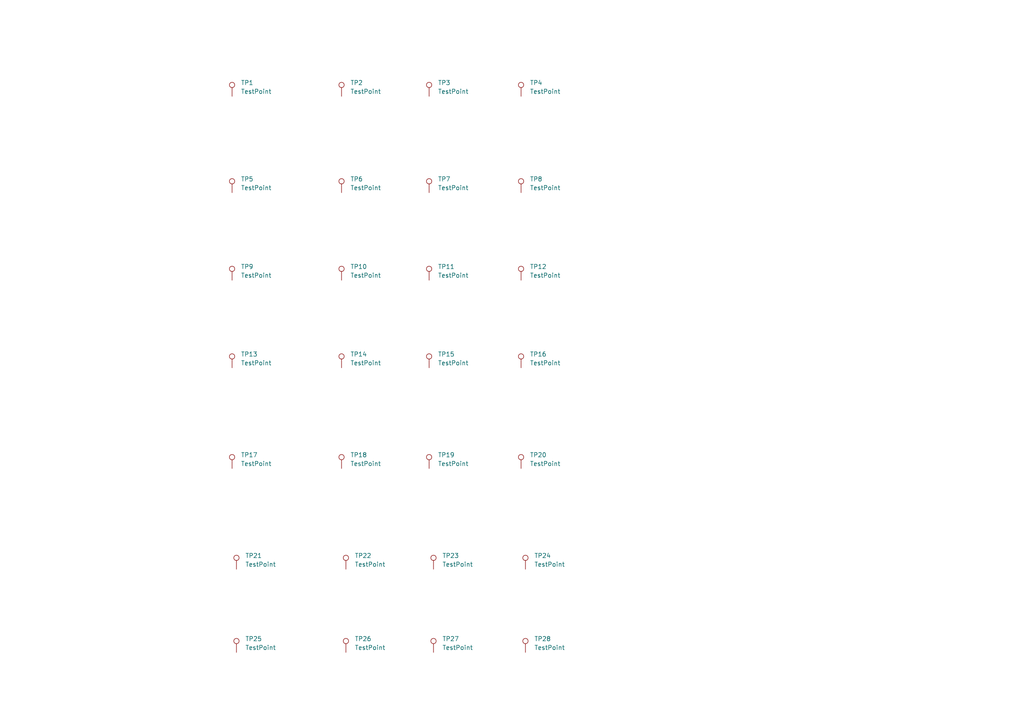
<source format=kicad_sch>
(kicad_sch (version 20230121) (generator eeschema)
  (paper "A4")
  (lib_symbols
    (symbol "Connector:TestPoint" (pin_numbers hide) (pin_names (offset 0.762) hide)
      (property "Reference" "TP" (at 0 6.858 0))
      (property "Value" "TestPoint" (at 0 5.08 0))
      (symbol "TestPoint_0_1"
        (circle (center 0 3.302) (radius 0.762))
      )
      (symbol "TestPoint_1_1"
        (pin passive line (at 0 0 90) (length 2.54) (name "1") (number "1"))
      )
    )
  )
  (symbol (lib_id "Connector:TestPoint") (at 99.06 55.88 0) (unit 1)
    (property "Reference" "TP6" (at 101.6 51.943 0) (effects (justify left)))
    (property "Value" "TestPoint" (at 101.6 54.483 0) (effects (justify left)))
    (property "Footprint" "TestPoint:TestPoint_Pad_D1.0mm" (effects hide))
  )
  (symbol (lib_id "Connector:TestPoint") (at 68.58 165.1 0) (unit 1)
    (property "Reference" "TP21" (at 71.12 161.163 0) (effects (justify left)))
    (property "Value" "TestPoint" (at 71.12 163.703 0) (effects (justify left)))
    (property "Footprint" "TestPoint:TestPoint_Pad_D1.0mm" (effects hide))
  )
  (symbol (lib_id "Connector:TestPoint") (at 152.4 165.1 0) (unit 1)
    (property "Reference" "TP24" (at 154.94 161.163 0) (effects (justify left)))
    (property "Value" "TestPoint" (at 154.94 163.703 0) (effects (justify left)))
    (property "Footprint" "TestPoint:TestPoint_Pad_D1.0mm" (effects hide))
  )
  (symbol (lib_id "Connector:TestPoint") (at 125.73 189.23 0) (unit 1)
    (property "Reference" "TP27" (at 128.27 185.293 0) (effects (justify left)))
    (property "Value" "TestPoint" (at 128.27 187.833 0) (effects (justify left)))
    (property "Footprint" "TestPoint:TestPoint_Pad_D1.0mm" (effects hide))
  )
  (symbol (lib_id "Connector:TestPoint") (at 151.13 55.88 0) (unit 1)
    (property "Reference" "TP8" (at 153.67 51.943 0) (effects (justify left)))
    (property "Value" "TestPoint" (at 153.67 54.483 0) (effects (justify left)))
    (property "Footprint" "TestPoint:TestPoint_Pad_D1.0mm" (effects hide))
  )
  (symbol (lib_id "Connector:TestPoint") (at 99.06 27.94 0) (unit 1)
    (property "Reference" "TP2" (at 101.6 24.003 0) (effects (justify left)))
    (property "Value" "TestPoint" (at 101.6 26.543 0) (effects (justify left)))
    (property "Footprint" "TestPoint:TestPoint_Pad_D1.0mm" (effects hide))
  )
  (symbol (lib_id "Connector:TestPoint") (at 151.13 135.89 0) (unit 1)
    (property "Reference" "TP20" (at 153.67 131.953 0) (effects (justify left)))
    (property "Value" "TestPoint" (at 153.67 134.493 0) (effects (justify left)))
    (property "Footprint" "TestPoint:TestPoint_Pad_D1.0mm" (effects hide))
  )
  (symbol (lib_id "Connector:TestPoint") (at 67.31 81.28 0) (unit 1)
    (property "Reference" "TP9" (at 69.85 77.343 0) (effects (justify left)))
    (property "Value" "TestPoint" (at 69.85 79.883 0) (effects (justify left)))
    (property "Footprint" "TestPoint:TestPoint_Pad_D1.0mm" (effects hide))
  )
  (symbol (lib_id "Connector:TestPoint") (at 67.31 27.94 0) (unit 1)
    (property "Reference" "TP1" (at 69.85 24.003 0) (effects (justify left)))
    (property "Value" "TestPoint" (at 69.85 26.543 0) (effects (justify left)))
    (property "Footprint" "TestPoint:TestPoint_Pad_D1.0mm" (effects hide))
  )
  (symbol (lib_id "Connector:TestPoint") (at 124.46 27.94 0) (unit 1)
    (property "Reference" "TP3" (at 127 24.003 0) (effects (justify left)))
    (property "Value" "TestPoint" (at 127 26.543 0) (effects (justify left)))
    (property "Footprint" "TestPoint:TestPoint_Pad_D1.0mm" (effects hide))
  )
  (symbol (lib_id "Connector:TestPoint") (at 152.4 189.23 0) (unit 1)
    (property "Reference" "TP28" (at 154.94 185.293 0) (effects (justify left)))
    (property "Value" "TestPoint" (at 154.94 187.833 0) (effects (justify left)))
    (property "Footprint" "TestPoint:TestPoint_Pad_D1.0mm" (effects hide))
  )
  (symbol (lib_id "Connector:TestPoint") (at 124.46 55.88 0) (unit 1)
    (property "Reference" "TP7" (at 127 51.943 0) (effects (justify left)))
    (property "Value" "TestPoint" (at 127 54.483 0) (effects (justify left)))
    (property "Footprint" "TestPoint:TestPoint_Pad_D1.0mm" (effects hide))
  )
  (symbol (lib_id "Connector:TestPoint") (at 151.13 27.94 0) (unit 1)
    (property "Reference" "TP4" (at 153.67 24.003 0) (effects (justify left)))
    (property "Value" "TestPoint" (at 153.67 26.543 0) (effects (justify left)))
    (property "Footprint" "TestPoint:TestPoint_Pad_D1.0mm" (effects hide))
  )
  (symbol (lib_id "Connector:TestPoint") (at 67.31 106.68 0) (unit 1)
    (property "Reference" "TP13" (at 69.85 102.743 0) (effects (justify left)))
    (property "Value" "TestPoint" (at 69.85 105.283 0) (effects (justify left)))
    (property "Footprint" "TestPoint:TestPoint_Pad_D1.0mm" (effects hide))
  )
  (symbol (lib_id "Connector:TestPoint") (at 67.31 135.89 0) (unit 1)
    (property "Reference" "TP17" (at 69.85 131.953 0) (effects (justify left)))
    (property "Value" "TestPoint" (at 69.85 134.493 0) (effects (justify left)))
    (property "Footprint" "TestPoint:TestPoint_Pad_D1.0mm" (effects hide))
  )
  (symbol (lib_id "Connector:TestPoint") (at 67.31 55.88 0) (unit 1)
    (property "Reference" "TP5" (at 69.85 51.943 0) (effects (justify left)))
    (property "Value" "TestPoint" (at 69.85 54.483 0) (effects (justify left)))
    (property "Footprint" "TestPoint:TestPoint_Pad_D1.0mm" (effects hide))
  )
  (symbol (lib_id "Connector:TestPoint") (at 125.73 165.1 0) (unit 1)
    (property "Reference" "TP23" (at 128.27 161.163 0) (effects (justify left)))
    (property "Value" "TestPoint" (at 128.27 163.703 0) (effects (justify left)))
    (property "Footprint" "TestPoint:TestPoint_Pad_D1.0mm" (effects hide))
  )
  (symbol (lib_id "Connector:TestPoint") (at 124.46 81.28 0) (unit 1)
    (property "Reference" "TP11" (at 127 77.343 0) (effects (justify left)))
    (property "Value" "TestPoint" (at 127 79.883 0) (effects (justify left)))
    (property "Footprint" "TestPoint:TestPoint_Pad_D1.0mm" (effects hide))
  )
  (symbol (lib_id "Connector:TestPoint") (at 124.46 135.89 0) (unit 1)
    (property "Reference" "TP19" (at 127 131.953 0) (effects (justify left)))
    (property "Value" "TestPoint" (at 127 134.493 0) (effects (justify left)))
    (property "Footprint" "TestPoint:TestPoint_Pad_D1.0mm" (effects hide))
  )
  (symbol (lib_id "Connector:TestPoint") (at 99.06 135.89 0) (unit 1)
    (property "Reference" "TP18" (at 101.6 131.953 0) (effects (justify left)))
    (property "Value" "TestPoint" (at 101.6 134.493 0) (effects (justify left)))
    (property "Footprint" "TestPoint:TestPoint_Pad_D1.0mm" (effects hide))
  )
  (symbol (lib_id "Connector:TestPoint") (at 68.58 189.23 0) (unit 1)
    (property "Reference" "TP25" (at 71.12 185.293 0) (effects (justify left)))
    (property "Value" "TestPoint" (at 71.12 187.833 0) (effects (justify left)))
    (property "Footprint" "TestPoint:TestPoint_Pad_D1.0mm" (effects hide))
  )
  (symbol (lib_id "Connector:TestPoint") (at 99.06 106.68 0) (unit 1)
    (property "Reference" "TP14" (at 101.6 102.743 0) (effects (justify left)))
    (property "Value" "TestPoint" (at 101.6 105.283 0) (effects (justify left)))
    (property "Footprint" "TestPoint:TestPoint_Pad_D1.0mm" (effects hide))
  )
  (symbol (lib_id "Connector:TestPoint") (at 100.33 165.1 0) (unit 1)
    (property "Reference" "TP22" (at 102.87 161.163 0) (effects (justify left)))
    (property "Value" "TestPoint" (at 102.87 163.703 0) (effects (justify left)))
    (property "Footprint" "TestPoint:TestPoint_Pad_D1.0mm" (effects hide))
  )
  (symbol (lib_id "Connector:TestPoint") (at 124.46 106.68 0) (unit 1)
    (property "Reference" "TP15" (at 127 102.743 0) (effects (justify left)))
    (property "Value" "TestPoint" (at 127 105.283 0) (effects (justify left)))
    (property "Footprint" "TestPoint:TestPoint_Pad_D1.0mm" (effects hide))
  )
  (symbol (lib_id "Connector:TestPoint") (at 151.13 106.68 0) (unit 1)
    (property "Reference" "TP16" (at 153.67 102.743 0) (effects (justify left)))
    (property "Value" "TestPoint" (at 153.67 105.283 0) (effects (justify left)))
    (property "Footprint" "TestPoint:TestPoint_Pad_D1.0mm" (effects hide))
  )
  (symbol (lib_id "Connector:TestPoint") (at 100.33 189.23 0) (unit 1)
    (property "Reference" "TP26" (at 102.87 185.293 0) (effects (justify left)))
    (property "Value" "TestPoint" (at 102.87 187.833 0) (effects (justify left)))
    (property "Footprint" "TestPoint:TestPoint_Pad_D1.0mm" (effects hide))
  )
  (symbol (lib_id "Connector:TestPoint") (at 151.13 81.28 0) (unit 1)
    (property "Reference" "TP12" (at 153.67 77.343 0) (effects (justify left)))
    (property "Value" "TestPoint" (at 153.67 79.883 0) (effects (justify left)))
    (property "Footprint" "TestPoint:TestPoint_Pad_D1.0mm" (effects hide))
  )
  (symbol (lib_id "Connector:TestPoint") (at 99.06 81.28 0) (unit 1)
    (property "Reference" "TP10" (at 101.6 77.343 0) (effects (justify left)))
    (property "Value" "TestPoint" (at 101.6 79.883 0) (effects (justify left)))
    (property "Footprint" "TestPoint:TestPoint_Pad_D1.0mm" (effects hide))
  )
)
</source>
